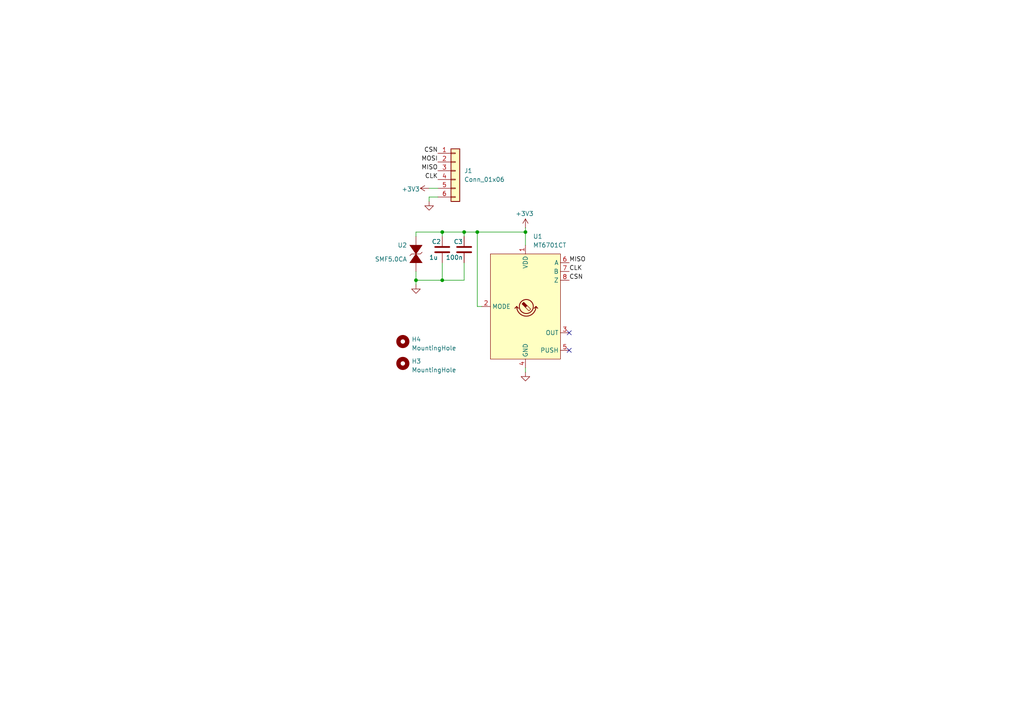
<source format=kicad_sch>
(kicad_sch (version 20231120) (generator "eeschema") (generator_version "8.0")
  (paper "A4")
  (lib_symbols
    (symbol "Connector_Generic:Conn_01x06" (pin_names (offset 1.016) hide)
      (property "Reference" "J" (at 0 7.62 0))
      (property "Value" "Conn_01x06" (at 0 -10.16 0))
      (symbol "Conn_01x06_1_1"
        (rectangle (start -1.27 -7.493) (end 0 -7.747) (stroke (width 0.1524)))
        (rectangle (start -1.27 -4.953) (end 0 -5.207) (stroke (width 0.1524)))
        (rectangle (start -1.27 -2.413) (end 0 -2.667) (stroke (width 0.1524)))
        (rectangle (start -1.27 0.127) (end 0 -0.127) (stroke (width 0.1524)))
        (rectangle (start -1.27 2.667) (end 0 2.413) (stroke (width 0.1524)))
        (rectangle (start -1.27 5.207) (end 0 4.953) (stroke (width 0.1524)))
        (rectangle (start -1.27 6.35) (end 1.27 -8.89) (stroke (width 0.254)) (fill (type background)))
        (pin passive line (at -5.08 5.08 0) (length 3.81) (name "Pin_1") (number "1"))
        (pin passive line (at -5.08 2.54 0) (length 3.81) (name "Pin_2") (number "2"))
        (pin passive line (at -5.08 0 0) (length 3.81) (name "Pin_3") (number "3"))
        (pin passive line (at -5.08 -2.54 0) (length 3.81) (name "Pin_4") (number "4"))
        (pin passive line (at -5.08 -5.08 0) (length 3.81) (name "Pin_5") (number "5"))
        (pin passive line (at -5.08 -7.62 0) (length 3.81) (name "Pin_6") (number "6"))
      )
    )
    (symbol "Device:C" (pin_numbers hide) (pin_names (offset 0.254))
      (property "Reference" "C" (at 0.635 2.54 0))
      (property "Value" "C" (at 0.635 -2.54 0))
      (symbol "C_0_1"
        (polyline (pts (xy -2.032 -0.762) (xy 2.032 -0.762)) (stroke (width 0.508)))
        (polyline (pts (xy -2.032 0.762) (xy 2.032 0.762)) (stroke (width 0.508)))
      )
      (symbol "C_1_1"
        (pin passive line (at 0 3.81 270) (length 2.794) (name "~") (number "1"))
        (pin passive line (at 0 -3.81 90) (length 2.794) (name "~") (number "2"))
      )
    )
    (symbol "Mechanical:MountingHole" (pin_names (offset 1.016))
      (property "Reference" "H" (at 0 5.08 0))
      (property "Value" "MountingHole" (at 0 3.175 0))
      (symbol "MountingHole_0_1"
        (circle (center 0 0) (radius 1.27) (stroke (width 1.27)))
      )
    )
    (symbol "Sensor_Magnetic:MT6701CT"
      (property "Reference" "U" (at -9.6632 16.4397 0))
      (property "Value" "MT6701CT" (at 5.5155 16.4397 0))
      (symbol "MT6701CT_0_1"
        (arc (start -2.54 0) (mid 0.254 -2.7819) (end 3.048 0) (stroke (width 0.254)))
        (polyline (pts (xy -2.54 0) (xy -3.048 -0.508)) (stroke (width 0.254)))
        (polyline (pts (xy -2.54 0) (xy -2.032 -0.508)) (stroke (width 0.254)))
        (polyline (pts (xy 3.048 0) (xy 2.54 -0.508)) (stroke (width 0.254)))
        (polyline (pts (xy 3.048 0) (xy 3.556 -0.508)) (stroke (width 0.254)))
      )
      (symbol "MT6701CT_1_1"
        (rectangle (start -10.16 15.24) (end 10.16 -15.24) (fill (type background)))
        (polyline (pts (xy 0.508 0.254) (xy 1.524 -0.762) (xy 1.016 -1.27) (xy 0 -0.254)))
        (polyline (pts (xy -0.508 1.27) (xy 0.508 0.254) (xy 0 -0.254) (xy -1.016 0.762) (xy -0.762 1.016) (xy -0.508 1.27) (xy -0.381 1.143)) (fill (type outline)))
        (circle (center 0.254 0) (radius 2.032) (stroke (width 0.254)))
        (pin power_in line (at 0 17.78 270) (length 2.54) (name "VDD") (number "1"))
        (pin input line (at -12.7 0 0) (length 2.54) (name "MODE") (number "2"))
        (pin output line (at 12.7 -7.62 180) (length 2.54) (name "OUT") (number "3"))
        (pin power_in line (at 0 -17.78 90) (length 2.54) (name "GND") (number "4"))
        (pin output line (at 12.7 -12.7 180) (length 2.54) (name "PUSH") (number "5"))
        (pin output line (at 12.7 12.7 180) (length 2.54) (name "A") (number "6"))
        (pin output line (at 12.7 10.16 180) (length 2.54) (name "B") (number "7"))
        (pin output line (at 12.7 7.62 180) (length 2.54) (name "Z") (number "8"))
      )
    )
    (symbol "encoder:SMF5.0CA" (pin_numbers hide) (pin_names (offset 1.016) hide)
      (property "Reference" "U" (at 0 4.318 0))
      (property "Value" "SMF5.0CA" (at 0 9.398 0))
      (symbol "SMF5.0CA_1_1"
        (polyline (pts (xy -2.54 -1.778) (xy 0 0) (xy -2.54 1.778) (xy -2.54 -1.778)) (stroke (width 0.1524)) (fill (type outline)))
        (polyline (pts (xy -0.508 1.778) (xy 0 1.27) (xy 0 -1.27) (xy 0.508 -1.778)) (stroke (width 0.1524)))
        (polyline (pts (xy 2.54 1.778) (xy 0 0) (xy 2.54 -1.778) (xy 2.54 1.778)) (stroke (width 0.1524)) (fill (type outline)))
        (pin input line (at -5.08 0 0) (length 5.08) (name "1") (number "1"))
        (pin input line (at 5.08 0 180) (length 5.08) (name "2") (number "2"))
      )
    )
    (symbol "power:+3V3" (power) (pin_numbers hide) (pin_names (offset 0) hide)
      (property "Value" "+3V3" (at 0 3.556 0))
      (symbol "+3V3_0_1"
        (polyline (pts (xy -0.762 1.27) (xy 0 2.54)))
        (polyline (pts (xy 0 0) (xy 0 2.54)))
        (polyline (pts (xy 0 2.54) (xy 0.762 1.27)))
      )
      (symbol "+3V3_1_1"
        (pin power_in line (at 0 0 90) (length 0) (name "~") (number "1"))
      )
    )
    (symbol "power:GND" (power) (pin_names (offset 0))
      (property "Value" "GND" (at 0 -3.81 0))
      (symbol "GND_0_1"
        (polyline (pts (xy 0 0) (xy 0 -1.27) (xy 1.27 -1.27) (xy 0 -2.54) (xy -1.27 -1.27) (xy 0 -1.27)))
      )
      (symbol "GND_1_1"
        (pin power_in line (at 0 0 270) (length 0) hide (name "GND") (number "1"))
      )
    )
  )
  (junction (at 134.62 67.31))
  (junction (at 120.65 81.28))
  (junction (at 152.4 67.31))
  (junction (at 138.43 67.31))
  (junction (at 128.27 67.31))
  (junction (at 128.27 81.28))
  (no_connect (at 165.1 96.52))
  (no_connect (at 165.1 101.6))
  (wire (pts (xy 134.62 67.31) (xy 134.62 68.58)))
  (wire (pts (xy 120.65 81.28) (xy 128.27 81.28)))
  (wire (pts (xy 120.65 81.28) (xy 120.65 82.55)))
  (wire (pts (xy 134.62 76.2) (xy 134.62 81.28)))
  (wire (pts (xy 120.65 78.74) (xy 120.65 81.28)))
  (wire (pts (xy 128.27 67.31) (xy 134.62 67.31)))
  (wire (pts (xy 138.43 67.31) (xy 152.4 67.31)))
  (wire (pts (xy 134.62 67.31) (xy 138.43 67.31)))
  (wire (pts (xy 128.27 67.31) (xy 128.27 68.58)))
  (wire (pts (xy 128.27 81.28) (xy 128.27 76.2)))
  (wire (pts (xy 128.27 67.31) (xy 120.65 67.31)))
  (wire (pts (xy 152.4 67.31) (xy 152.4 71.12)))
  (wire (pts (xy 120.65 67.31) (xy 120.65 68.58)))
  (wire (pts (xy 138.43 67.31) (xy 138.43 88.9)))
  (wire (pts (xy 124.46 54.61) (xy 127 54.61)))
  (wire (pts (xy 124.46 57.15) (xy 124.46 58.42)))
  (wire (pts (xy 152.4 106.68) (xy 152.4 107.95)))
  (wire (pts (xy 138.43 88.9) (xy 139.7 88.9)))
  (wire (pts (xy 152.4 66.04) (xy 152.4 67.31)))
  (wire (pts (xy 134.62 81.28) (xy 128.27 81.28)))
  (wire (pts (xy 124.46 57.15) (xy 127 57.15)))
  (label "MISO" (at 165.1 76.2 0))
  (label "MISO" (at 127 49.53 180))
  (label "MOSI" (at 127 46.99 180))
  (label "CSN" (at 127 44.45 180))
  (label "CSN" (at 165.1 81.28 0))
  (label "CLK" (at 165.1 78.74 0))
  (label "CLK" (at 127 52.07 180))
  (symbol (lib_id "encoder:SMF5.0CA") (at 120.65 73.66 270) (unit 1)
    (property "Reference" "U2" (at 115.316 71.12 90) (effects (justify left)))
    (property "Value" "SMF5.0CA" (at 108.712 75.184 90) (effects (justify left)))
    (property "Footprint" "encoder:SMF5.0CA" (effects (hide yes)))
    (property "uuid" "std:db62b61ca1104c1db580444246ffa7b3" (effects (hide yes)))
  )
  (symbol (lib_id "power:+3V3") (at 152.4 66.04 0) (unit 1)
    (property "Reference" "#PWR01" (effects (hide yes)))
    (property "Value" "+3V3" (at 152.146 61.976 0))
    (property "Description" "Power symbol creates a global label with name \"+3V3\"" (effects (hide yes)))
  )
  (symbol (lib_id "Mechanical:MountingHole") (at 116.84 105.41 0) (unit 1)
    (property "Reference" "H3" (at 119.38 104.775 0) (effects (justify left)))
    (property "Value" "MountingHole" (at 119.38 107.315 0) (effects (justify left)))
    (property "Footprint" "MountingHole:MountingHole_2.2mm_M2_Pad_Via" (effects (hide yes)))
  )
  (symbol (lib_id "Device:C") (at 128.27 72.39 0) (unit 1)
    (property "Reference" "C2" (at 125.222 70.104 0) (effects (justify left)))
    (property "Value" "1u" (at 124.46 74.676 0) (effects (justify left)))
    (property "Footprint" "Capacitor_SMD:C_0603_1608Metric_Pad1.08x0.95mm_HandSolder" (effects (hide yes)))
    (property "Description" "Unpolarized capacitor" (effects (hide yes)))
  )
  (symbol (lib_id "Device:C") (at 134.62 72.39 0) (unit 1)
    (property "Reference" "C3" (at 131.572 70.104 0) (effects (justify left)))
    (property "Value" "100n" (at 129.286 74.676 0) (effects (justify left)))
    (property "Footprint" "Capacitor_SMD:C_0603_1608Metric_Pad1.08x0.95mm_HandSolder" (effects (hide yes)))
    (property "Description" "Unpolarized capacitor" (effects (hide yes)))
  )
  (symbol (lib_id "power:GND") (at 120.65 82.55 0) (unit 1)
    (property "Reference" "#PWR04" (effects (hide yes)))
    (property "Value" "GND" (effects (hide yes)))
  )
  (symbol (lib_id "Mechanical:MountingHole") (at 116.84 99.06 0) (unit 1)
    (property "Reference" "H4" (at 119.38 98.425 0) (effects (justify left)))
    (property "Value" "MountingHole" (at 119.38 100.965 0) (effects (justify left)))
    (property "Footprint" "MountingHole:MountingHole_2.2mm_M2_Pad_Via" (effects (hide yes)))
  )
  (symbol (lib_id "power:+3V3") (at 124.46 54.61 90) (unit 1)
    (property "Reference" "#PWR05" (effects (hide yes)))
    (property "Value" "+3V3" (at 119.126 54.864 90))
    (property "Description" "Power symbol creates a global label with name \"+3V3\"" (effects (hide yes)))
  )
  (symbol (lib_id "power:GND") (at 152.4 107.95 0) (unit 1)
    (property "Reference" "#PWR07" (effects (hide yes)))
    (property "Value" "GND" (effects (hide yes)))
  )
  (symbol (lib_id "Sensor_Magnetic:MT6701CT") (at 152.4 88.9 0) (unit 1)
    (property "Reference" "U1" (at 154.5941 68.58 0) (effects (justify left)))
    (property "Value" "MT6701CT" (at 154.5941 71.12 0) (effects (justify left)))
    (property "Footprint" "Package_SO:SO-8_3.9x4.9mm_P1.27mm" (effects (hide yes)))
    (property "Datasheet" "https://www.magntek.com.cn/upload/MT6701_Rev.1.5.pdf" (effects (hide yes)))
    (property "Description" "Hall Based Angle Position Encoder Sensor, I2C, SSI, ABZ & UVW interfaces, 3.3..5V supply, SOIC-8" (effects (hide yes)))
  )
  (symbol (lib_id "Connector_Generic:Conn_01x06") (at 132.08 49.53 0) (unit 1)
    (property "Reference" "J1" (at 134.62 49.5299 0) (effects (justify left)))
    (property "Value" "Conn_01x06" (at 134.62 52.0699 0) (effects (justify left)))
    (property "Footprint" "encoder:FPC-SMD_6P-P0.50_HDGC_0.5K-A-6PB" (effects (hide yes)))
    (property "Description" "Generic connector, single row, 01x06, script generated (kicad-library-utils/schlib/autogen/connector/)" (effects (hide yes)))
  )
  (symbol (lib_id "power:GND") (at 124.46 58.42 0) (unit 1)
    (property "Reference" "#PWR06" (effects (hide yes)))
    (property "Value" "GND" (effects (hide yes)))
  )
)
</source>
